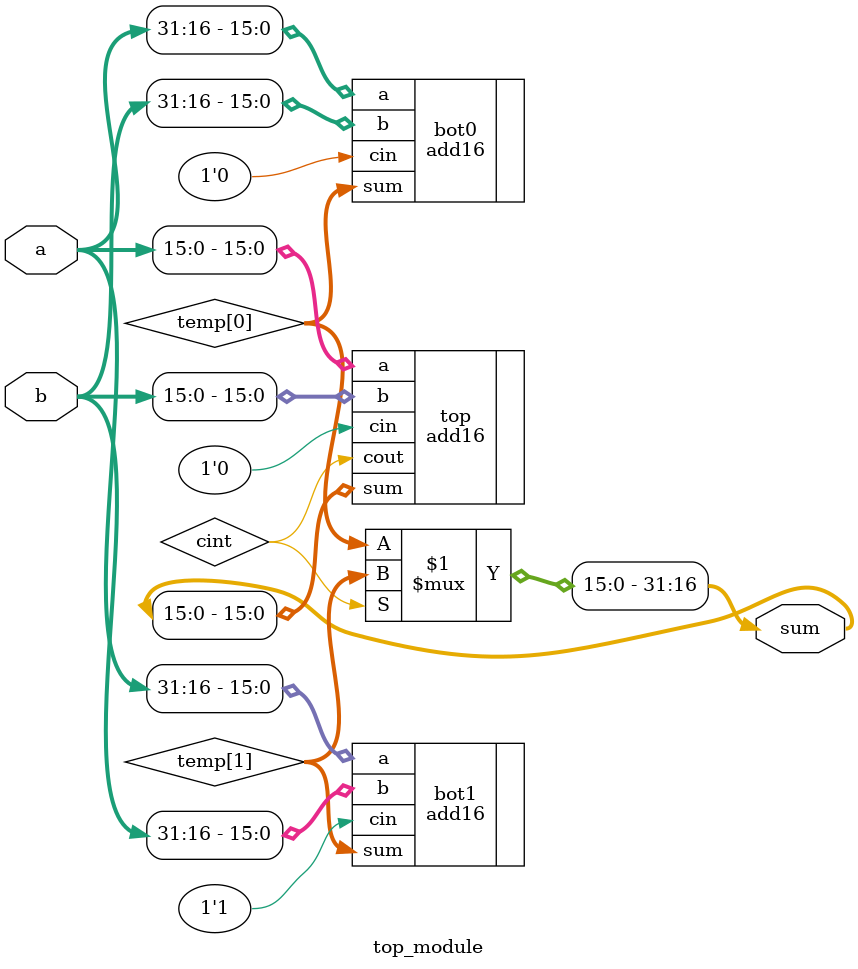
<source format=v>
module top_module(
    input [31:0] a,
    input [31:0] b,
    output [31:0] sum
);
    wire cint;
    wire [15:0]temp[1:0];
    add16 top   (.a(a[15:0]), .b(b[15:0]),  .cin(1'b0), .cout(cint),	.sum(sum[15:0])   	);
    add16 bot0  (.a(a[31:16]),.b(b[31:16]), .cin(1'b0),				.sum(temp[0])	);
    add16 bot1  (.a(a[31:16]),.b(b[31:16]), .cin(1'b1),				.sum(temp[1])	);
    
    assign sum[31:16] = (cint)? temp[1] : temp[0] ;

endmodule

</source>
